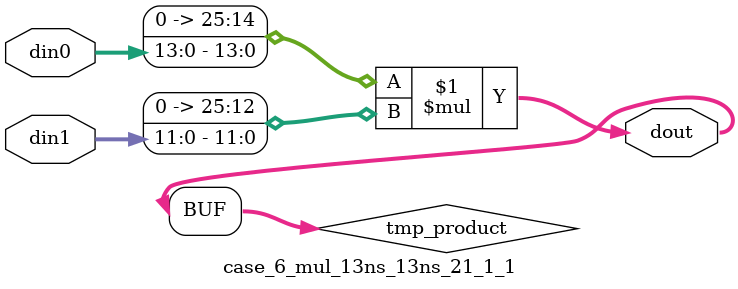
<source format=v>

`timescale 1 ns / 1 ps

 (* use_dsp = "no" *)  module case_6_mul_13ns_13ns_21_1_1(din0, din1, dout);
parameter ID = 1;
parameter NUM_STAGE = 0;
parameter din0_WIDTH = 14;
parameter din1_WIDTH = 12;
parameter dout_WIDTH = 26;

input [din0_WIDTH - 1 : 0] din0; 
input [din1_WIDTH - 1 : 0] din1; 
output [dout_WIDTH - 1 : 0] dout;

wire signed [dout_WIDTH - 1 : 0] tmp_product;
























assign tmp_product = $signed({1'b0, din0}) * $signed({1'b0, din1});











assign dout = tmp_product;





















endmodule

</source>
